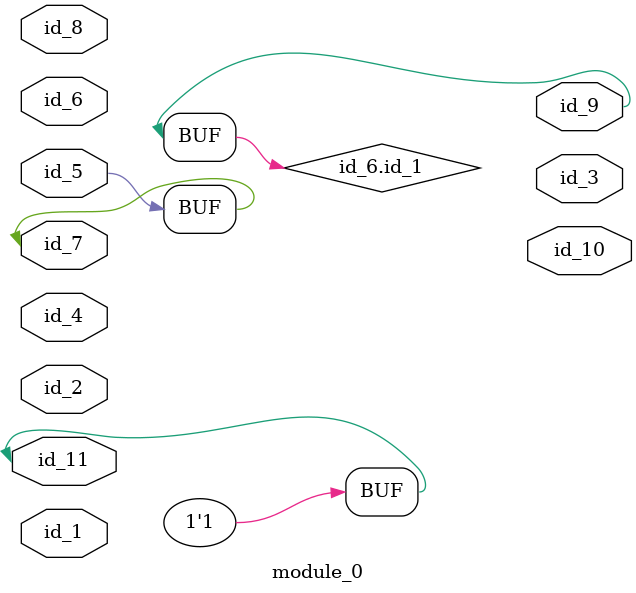
<source format=v>
module module_0 (
    id_1,
    id_2,
    id_3,
    id_4,
    id_5,
    id_6,
    id_7,
    id_8,
    id_9,
    id_10,
    id_11
);
  inout wire id_11;
  output wire id_10;
  output wire id_9;
  inout wire id_8;
  inout wire id_7;
  inout wire id_6;
  inout wire id_5;
  input wire id_4;
  output wire id_3;
  inout wire id_2;
  input wire id_1;
  wire id_12;
  assign id_9 = id_6.id_1;
  assign id_7 = id_5;
  localparam id_13 = 1;
  assign id_11 = 1;
endmodule
module module_1;
  assign id_1 = id_1;
  wire id_2;
  wire id_3;
  wire id_4, id_5, id_6;
  wire id_7;
  module_0 modCall_1 (
      id_4,
      id_6,
      id_7,
      id_3,
      id_6,
      id_1,
      id_2,
      id_2,
      id_3,
      id_6,
      id_4
  );
  wire id_8;
  assign id_1 = 1'b0 - id_2;
endmodule

</source>
